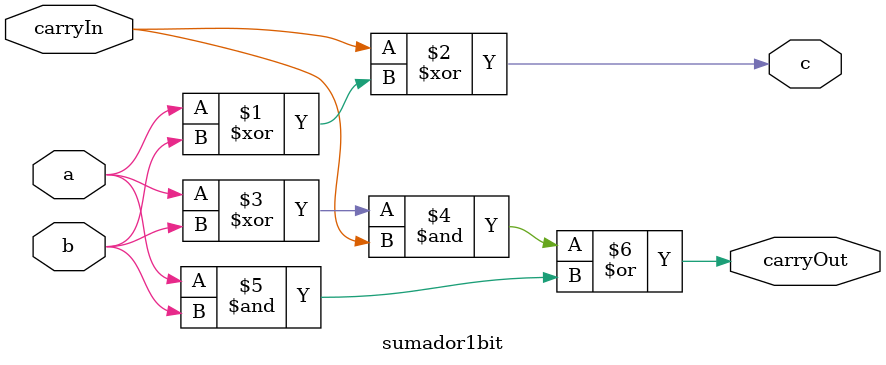
<source format=sv>
module sumador1bit(
	input logic a,b, carryIn,
	output logic c, carryOut
	);
	
	assign c = carryIn^(a^b);
	assign carryOut = ((a^b)&carryIn)|(a&b);

endmodule
</source>
